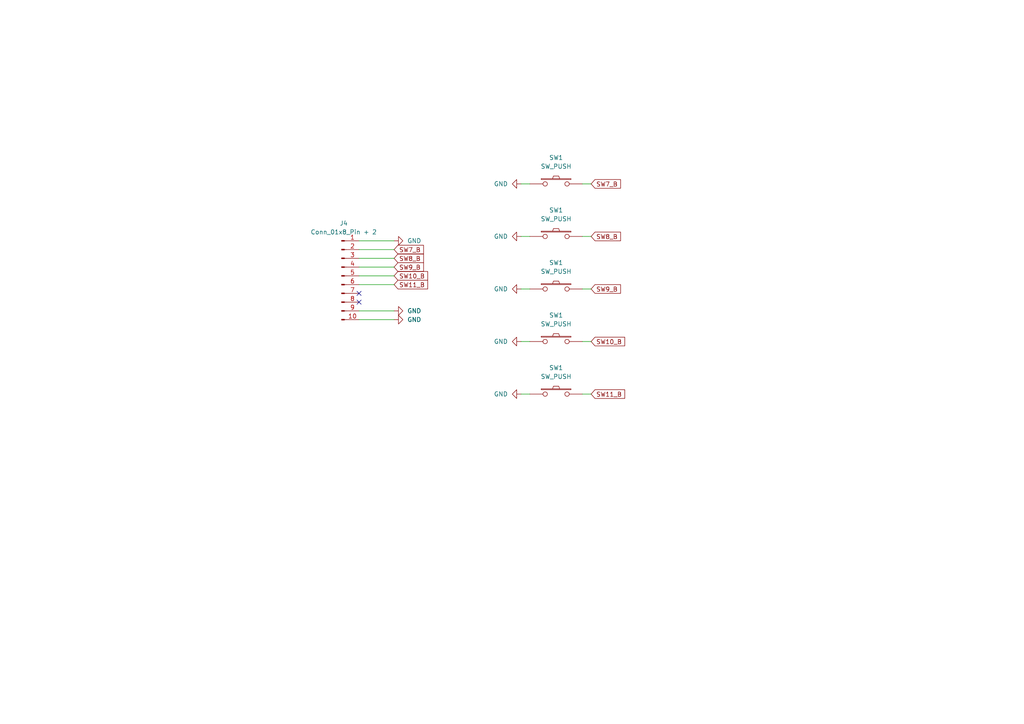
<source format=kicad_sch>
(kicad_sch (version 20230121) (generator eeschema)
  (paper "A4")
  (lib_symbols
    (symbol "Connector:Conn_01x10_Pin" (pin_names (offset 1.016) hide)
      (property "Reference" "J" (at 0 12.7 0))
      (property "Value" "Conn_01x10_Pin" (at 0 -15.24 0))
      (symbol "Conn_01x10_Pin_1_1"
        (polyline (pts (xy 1.27 -12.7) (xy 0.8636 -12.7)) (stroke (width 0.1524)))
        (polyline (pts (xy 1.27 -10.16) (xy 0.8636 -10.16)) (stroke (width 0.1524)))
        (polyline (pts (xy 1.27 -7.62) (xy 0.8636 -7.62)) (stroke (width 0.1524)))
        (polyline (pts (xy 1.27 -5.08) (xy 0.8636 -5.08)) (stroke (width 0.1524)))
        (polyline (pts (xy 1.27 -2.54) (xy 0.8636 -2.54)) (stroke (width 0.1524)))
        (polyline (pts (xy 1.27 0) (xy 0.8636 0)) (stroke (width 0.1524)))
        (polyline (pts (xy 1.27 2.54) (xy 0.8636 2.54)) (stroke (width 0.1524)))
        (polyline (pts (xy 1.27 5.08) (xy 0.8636 5.08)) (stroke (width 0.1524)))
        (polyline (pts (xy 1.27 7.62) (xy 0.8636 7.62)) (stroke (width 0.1524)))
        (polyline (pts (xy 1.27 10.16) (xy 0.8636 10.16)) (stroke (width 0.1524)))
        (rectangle (start 0.8636 -12.573) (end 0 -12.827) (stroke (width 0.1524)) (fill (type outline)))
        (rectangle (start 0.8636 -10.033) (end 0 -10.287) (stroke (width 0.1524)) (fill (type outline)))
        (rectangle (start 0.8636 -7.493) (end 0 -7.747) (stroke (width 0.1524)) (fill (type outline)))
        (rectangle (start 0.8636 -4.953) (end 0 -5.207) (stroke (width 0.1524)) (fill (type outline)))
        (rectangle (start 0.8636 -2.413) (end 0 -2.667) (stroke (width 0.1524)) (fill (type outline)))
        (rectangle (start 0.8636 0.127) (end 0 -0.127) (stroke (width 0.1524)) (fill (type outline)))
        (rectangle (start 0.8636 2.667) (end 0 2.413) (stroke (width 0.1524)) (fill (type outline)))
        (rectangle (start 0.8636 5.207) (end 0 4.953) (stroke (width 0.1524)) (fill (type outline)))
        (rectangle (start 0.8636 7.747) (end 0 7.493) (stroke (width 0.1524)) (fill (type outline)))
        (rectangle (start 0.8636 10.287) (end 0 10.033) (stroke (width 0.1524)) (fill (type outline)))
        (pin passive line (at 5.08 10.16 180) (length 3.81) (name "Pin_1") (number "1"))
        (pin passive line (at 5.08 -12.7 180) (length 3.81) (name "Pin_10") (number "10"))
        (pin passive line (at 5.08 7.62 180) (length 3.81) (name "Pin_2") (number "2"))
        (pin passive line (at 5.08 5.08 180) (length 3.81) (name "Pin_3") (number "3"))
        (pin passive line (at 5.08 2.54 180) (length 3.81) (name "Pin_4") (number "4"))
        (pin passive line (at 5.08 0 180) (length 3.81) (name "Pin_5") (number "5"))
        (pin passive line (at 5.08 -2.54 180) (length 3.81) (name "Pin_6") (number "6"))
        (pin passive line (at 5.08 -5.08 180) (length 3.81) (name "Pin_7") (number "7"))
        (pin passive line (at 5.08 -7.62 180) (length 3.81) (name "Pin_8") (number "8"))
        (pin passive line (at 5.08 -10.16 180) (length 3.81) (name "Pin_9") (number "9"))
      )
    )
    (symbol "kbd:SW_PUSH" (pin_numbers hide) (pin_names (offset 1.016) hide)
      (property "Reference" "SW" (at 3.81 2.794 0))
      (property "Value" "SW_PUSH" (at 0 -2.032 0))
      (symbol "SW_PUSH_0_1"
        (rectangle (start -4.318 1.27) (end 4.318 1.524))
        (polyline (pts (xy -1.016 1.524) (xy -0.762 2.286) (xy 0.762 2.286) (xy 1.016 1.524)))
        (pin passive inverted (at -7.62 0 0) (length 5.08) (name "1") (number "1"))
        (pin passive inverted (at 7.62 0 180) (length 5.08) (name "2") (number "2"))
      )
    )
    (symbol "power:GND" (power) (pin_names (offset 0))
      (property "Value" "GND" (at 0 -3.81 0))
      (symbol "GND_0_1"
        (polyline (pts (xy 0 0) (xy 0 -1.27) (xy 1.27 -1.27) (xy 0 -2.54) (xy -1.27 -1.27) (xy 0 -1.27)))
      )
      (symbol "GND_1_1"
        (pin power_in line (at 0 0 270) (length 0) hide (name "GND") (number "1"))
      )
    )
  )
  (no_connect (at 104.14 85.09))
  (no_connect (at 104.14 87.63))
  (wire (pts (xy 168.91 53.34) (xy 171.45 53.34)))
  (wire (pts (xy 104.14 72.39) (xy 114.3 72.39)))
  (wire (pts (xy 104.14 80.01) (xy 114.3 80.01)))
  (wire (pts (xy 104.14 69.85) (xy 114.3 69.85)))
  (wire (pts (xy 168.91 83.82) (xy 171.45 83.82)))
  (wire (pts (xy 168.91 68.58) (xy 171.45 68.58)))
  (wire (pts (xy 168.91 99.06) (xy 171.45 99.06)))
  (wire (pts (xy 104.14 77.47) (xy 114.3 77.47)))
  (wire (pts (xy 104.14 90.17) (xy 114.3 90.17)))
  (wire (pts (xy 104.14 82.55) (xy 114.3 82.55)))
  (wire (pts (xy 168.91 114.3) (xy 171.45 114.3)))
  (wire (pts (xy 151.13 83.82) (xy 153.67 83.82)))
  (wire (pts (xy 151.13 99.06) (xy 153.67 99.06)))
  (wire (pts (xy 151.13 68.58) (xy 153.67 68.58)))
  (wire (pts (xy 151.13 114.3) (xy 153.67 114.3)))
  (wire (pts (xy 104.14 74.93) (xy 114.3 74.93)))
  (wire (pts (xy 104.14 92.71) (xy 114.3 92.71)))
  (wire (pts (xy 151.13 53.34) (xy 153.67 53.34)))
  (global_label "SW8_B" (shape input) (at 171.45 68.58 0) (property "Intersheetrefs" "${INTERSHEET_REFS}" (effects hide)))
  (global_label "SW10_B" (shape input) (at 171.45 99.06 0) (property "Intersheetrefs" "${INTERSHEET_REFS}" (effects hide)))
  (global_label "SW11_B" (shape input) (at 114.3 82.55 0) (property "Intersheetrefs" "${INTERSHEET_REFS}" (effects hide)))
  (global_label "SW10_B" (shape input) (at 114.3 80.01 0) (property "Intersheetrefs" "${INTERSHEET_REFS}" (effects hide)))
  (global_label "SW7_B" (shape input) (at 114.3 72.39 0) (property "Intersheetrefs" "${INTERSHEET_REFS}" (effects hide)))
  (global_label "SW11_B" (shape input) (at 171.45 114.3 0) (property "Intersheetrefs" "${INTERSHEET_REFS}" (effects hide)))
  (global_label "SW7_B" (shape input) (at 171.45 53.34 0) (property "Intersheetrefs" "${INTERSHEET_REFS}" (effects hide)))
  (global_label "SW9_B" (shape input) (at 114.3 77.47 0) (property "Intersheetrefs" "${INTERSHEET_REFS}" (effects hide)))
  (global_label "SW8_B" (shape input) (at 114.3 74.93 0) (property "Intersheetrefs" "${INTERSHEET_REFS}" (effects hide)))
  (global_label "SW9_B" (shape input) (at 171.45 83.82 0) (property "Intersheetrefs" "${INTERSHEET_REFS}" (effects hide)))
  (symbol (lib_id "power:GND") (at 114.3 90.17 90) (mirror x) (unit 1)
    (property "Reference" "#PWR020" (effects hide))
    (property "Value" "GND" (at 118.11 90.17 90) (effects (justify right)))
    (instances (project "Chip_Sencor2" (path "" (reference "#PWR020") (unit 1)) (path "" (reference "#PWR047") (unit 1))))
  )
  (symbol (lib_id "kbd:SW_PUSH") (at 161.29 99.06 0) (unit 1)
    (property "Reference" "SW1" (at 161.29 91.44 0))
    (property "Value" "SW_PUSH" (at 161.29 93.98 0))
    (property "Footprint" "0:SW-TH_L6.2-W6.2-P5.00" (effects hide))
    (property "LCSC" "C400268" (effects hide))
    (instances (project "Chip_Sencor2" (path "" (reference "SW1") (unit 1)) (path "" (reference "SW10") (unit 1))))
  )
  (symbol (lib_id "power:GND") (at 151.13 53.34 270) (unit 1)
    (property "Reference" "#PWR020" (effects hide))
    (property "Value" "GND" (at 147.32 53.34 90) (effects (justify right)))
    (instances (project "Chip_Sencor2" (path "" (reference "#PWR020") (unit 1)) (path "" (reference "#PWR030") (unit 1)) (path "" (reference "#PWR030") (unit 1))))
  )
  (symbol (lib_id "kbd:SW_PUSH") (at 161.29 114.3 0) (unit 1)
    (property "Reference" "SW1" (at 161.29 106.68 0))
    (property "Value" "SW_PUSH" (at 161.29 109.22 0))
    (property "Footprint" "0:SW-TH_L6.2-W6.2-P5.00" (effects hide))
    (property "LCSC" "C400268" (effects hide))
    (instances (project "Chip_Sencor2" (path "" (reference "SW1") (unit 1)) (path "" (reference "SW11") (unit 1))))
  )
  (symbol (lib_id "power:GND") (at 114.3 92.71 90) (mirror x) (unit 1)
    (property "Reference" "#PWR020" (effects hide))
    (property "Value" "GND" (at 118.11 92.71 90) (effects (justify right)))
    (instances (project "Chip_Sencor2" (path "" (reference "#PWR020") (unit 1)) (path "" (reference "#PWR048") (unit 1))))
  )
  (symbol (lib_id "power:GND") (at 114.3 69.85 90) (mirror x) (unit 1)
    (property "Reference" "#PWR020" (effects hide))
    (property "Value" "GND" (at 118.11 69.85 90) (effects (justify right)))
    (instances (project "Chip_Sencor2" (path "" (reference "#PWR020") (unit 1)) (path "" (reference "#PWR035") (unit 1))))
  )
  (symbol (lib_id "kbd:SW_PUSH") (at 161.29 68.58 0) (unit 1)
    (property "Reference" "SW1" (at 161.29 60.96 0))
    (property "Value" "SW_PUSH" (at 161.29 63.5 0))
    (property "Footprint" "0:SW-TH_L6.2-W6.2-P5.00" (effects hide))
    (property "LCSC" "C400268" (effects hide))
    (instances (project "Chip_Sencor2" (path "" (reference "SW1") (unit 1)) (path "" (reference "SW8") (unit 1))))
  )
  (symbol (lib_id "power:GND") (at 151.13 114.3 270) (unit 1)
    (property "Reference" "#PWR020" (effects hide))
    (property "Value" "GND" (at 147.32 114.3 90) (effects (justify right)))
    (instances (project "Chip_Sencor2" (path "" (reference "#PWR020") (unit 1)) (path "" (reference "#PWR033") (unit 1))))
  )
  (symbol (lib_id "power:GND") (at 151.13 99.06 270) (unit 1)
    (property "Reference" "#PWR020" (effects hide))
    (property "Value" "GND" (at 147.32 99.06 90) (effects (justify right)))
    (instances (project "Chip_Sencor2" (path "" (reference "#PWR020") (unit 1)) (path "" (reference "#PWR027") (unit 1))))
  )
  (symbol (lib_id "power:GND") (at 151.13 68.58 270) (unit 1)
    (property "Reference" "#PWR020" (effects hide))
    (property "Value" "GND" (at 147.32 68.58 90) (effects (justify right)))
    (instances (project "Chip_Sencor2" (path "" (reference "#PWR020") (unit 1)) (path "" (reference "#PWR07") (unit 1))))
  )
  (symbol (lib_id "kbd:SW_PUSH") (at 161.29 83.82 0) (unit 1)
    (property "Reference" "SW1" (at 161.29 76.2 0))
    (property "Value" "SW_PUSH" (at 161.29 78.74 0))
    (property "Footprint" "0:SW-TH_L6.2-W6.2-P5.00" (effects hide))
    (property "LCSC" "C400268" (effects hide))
    (instances (project "Chip_Sencor2" (path "" (reference "SW1") (unit 1)) (path "" (reference "SW9") (unit 1))))
  )
  (symbol (lib_id "kbd:SW_PUSH") (at 161.29 53.34 0) (unit 1)
    (property "Reference" "SW1" (at 161.29 45.72 0))
    (property "Value" "SW_PUSH" (at 161.29 48.26 0))
    (property "Footprint" "0:SW-TH_L6.2-W6.2-P5.00" (effects hide))
    (property "LCSC" "C400268" (effects hide))
    (instances (project "Chip_Sencor2" (path "" (reference "SW1") (unit 1)) (path "" (reference "SW7") (unit 1)) (path "" (reference "SW7") (unit 1))))
  )
  (symbol (lib_id "power:GND") (at 151.13 83.82 270) (unit 1)
    (property "Reference" "#PWR020" (effects hide))
    (property "Value" "GND" (at 147.32 83.82 90) (effects (justify right)))
    (instances (project "Chip_Sencor2" (path "" (reference "#PWR020") (unit 1)) (path "" (reference "#PWR032") (unit 1))))
  )
  (symbol (lib_id "Connector:Conn_01x10_Pin") (at 99.06 80.01 0) (unit 1)
    (property "Reference" "J4" (at 99.695 64.77 0))
    (property "Value" "Conn_01x8_Pin + 2" (at 99.695 67.31 0))
    (property "Footprint" "0:FFCｺﾈｸﾀ_FPC-SMD_P0.50-8P_FGS-XJ-H2.0" (effects hide))
    (property "LCSC" "C262264" (effects hide))
    (instances (project "Chip_Sencor2" (path "" (reference "J4") (unit 1)) (path "" (reference "J2") (unit 1))))
  )
)
</source>
